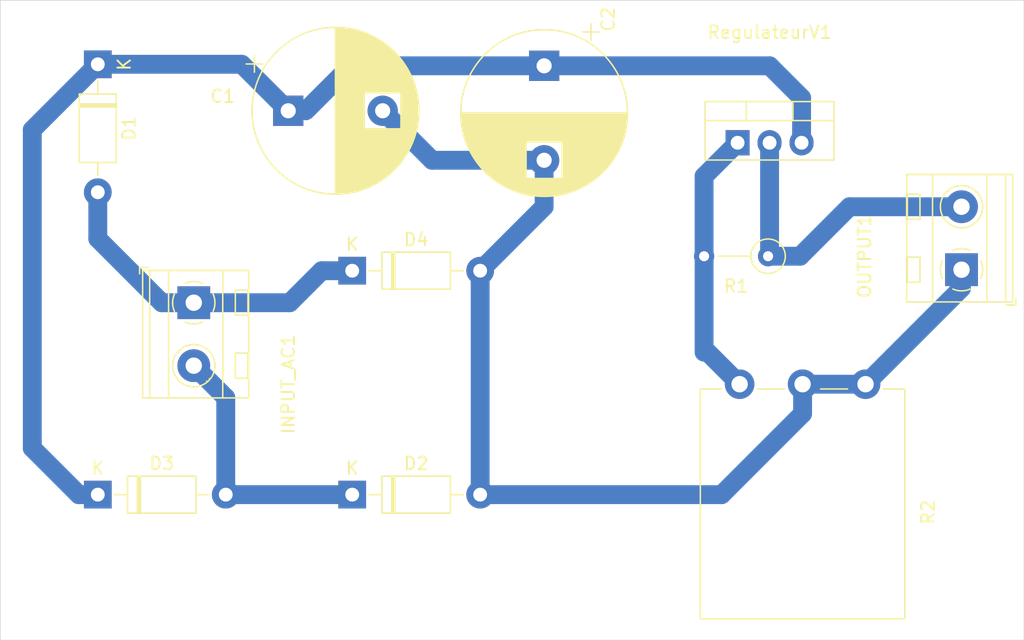
<source format=kicad_pcb>
(kicad_pcb (version 20240108) (generator "pcbnew") (generator_version "8.0")
  (layers (0 "F.Cu" signal) (31 "B.Cu" signal) (34 "B.Paste" user) (35 "F.Paste" user) (36 "B.SilkS" user "B.Silkscreen") (37 "F.SilkS" user "F.Silkscreen") (38 "B.Mask" user) (39 "F.Mask" user) (44 "Edge.Cuts" user))
  (net 0 "")
  (net 1 "Net-(D1-K)")
  (net 2 "GND")
  (net 3 "Net-(D1-A)")
  (net 4 "Net-(D2-K)")
  (net 5 "Net-(OUTPUT1-Pin_2)")
  (net 6 "Net-(RegulateurV1-ADJ)")
  (footprint "Capacitor_THT:CP_Radial_D13.0mm_P7.50mm" (layer "F.Cu") (at 38.1 24.01)
    (property "Reference" "C1" (at -5.2 -1.15 0) (layer "F.SilkS"))
    (property "Value" "1000μF")
    (pad "1" thru_hole rect (at 0 0) (size 2.4 2.4) (drill 1.2) (layers "*.Cu" "*.Mask") (net 1 "Net-(D1-K)"))
    (pad "2" thru_hole circle (at 7.5 0) (size 2.4 2.4) (drill 1.2) (layers "*.Cu" "*.Mask") (net 2 "GND"))
  )
  (footprint "Potentiometer_THT:Potentiometer_Piher_PC-16_Single_Vertical" (layer "F.Cu") (at 73.94 45.72 -90)
    (property "Reference" "R2" (at 10.16 -14.96 90) (layer "F.SilkS"))
    (property "Value" "654")
    (pad "1" thru_hole circle (at 0 0 270) (size 2.34 2.34) (drill 1.3) (layers "*.Cu" "*.Mask") (net 6 "Net-(RegulateurV1-ADJ)"))
    (pad "2" thru_hole circle (at 0 -5 270) (size 2.34 2.34) (drill 1.3) (layers "*.Cu" "*.Mask") (net 2 "GND"))
    (pad "3" thru_hole circle (at 0 -10 270) (size 2.34 2.34) (drill 1.3) (layers "*.Cu" "*.Mask") (net 2 "GND"))
  )
  (footprint "Diode_THT:D_DO-41_SOD81_P10.16mm_Horizontal" (layer "F.Cu") (at 43.18 36.71)
    (property "Reference" "D4" (at 5.08 -2.47 0) (layer "F.SilkS"))
    (property "Value" "1N4007")
    (fp_text user "K" (at 0 -2.1 0) (layer "F.SilkS"))
    (pad "1" thru_hole rect (at 0 0) (size 2.2 2.2) (drill 1.1) (layers "*.Cu" "*.Mask") (net 3 "Net-(D1-A)"))
    (pad "2" thru_hole oval (at 10.16 0) (size 2.2 2.2) (drill 1.1) (layers "*.Cu" "*.Mask") (net 2 "GND"))
  )
  (footprint "TerminalBlock_MetzConnect:TerminalBlock_MetzConnect_Type094_RT03502HBLU_1x02_P5.00mm_Horizontal" (layer "F.Cu") (at 91.56 36.63 90)
    (property "Reference" "OUTPUT1" (at 1.07 -7.7 90) (layer "F.SilkS"))
    (property "Value" "OUT_DC")
    (pad "1" thru_hole rect (at 0 0 90) (size 2.6 2.6) (drill 1.3) (layers "*.Cu" "*.Mask") (net 2 "GND"))
    (pad "2" thru_hole circle (at 5 0 90) (size 2.6 2.6) (drill 1.3) (layers "*.Cu" "*.Mask") (net 5 "Net-(OUTPUT1-Pin_2)"))
  )
  (footprint "Package_TO_SOT_THT:TO-220-3_Vertical" (layer "F.Cu") (at 73.78 26.55)
    (property "Reference" "RegulateurV1" (at 2.54 -8.77 0) (layer "F.SilkS"))
    (property "Value" "LM317_TO-220")
    (pad "1" thru_hole rect (at 0 0) (size 1.905 2) (drill 1.1) (layers "*.Cu" "*.Mask") (net 6 "Net-(RegulateurV1-ADJ)"))
    (pad "2" thru_hole oval (at 2.54 0) (size 1.905 2) (drill 1.1) (layers "*.Cu" "*.Mask") (net 5 "Net-(OUTPUT1-Pin_2)"))
    (pad "3" thru_hole oval (at 5.08 0) (size 1.905 2) (drill 1.1) (layers "*.Cu" "*.Mask") (net 1 "Net-(D1-K)"))
  )
  (footprint "Diode_THT:D_DO-41_SOD81_P10.16mm_Horizontal" (layer "F.Cu") (at 22.98 54.49)
    (property "Reference" "D3" (at 5.08 -2.47 0) (layer "F.SilkS"))
    (property "Value" "1N4007")
    (fp_text user "K" (at 0 -2.1 0) (layer "F.SilkS"))
    (pad "1" thru_hole rect (at 0 0) (size 2.2 2.2) (drill 1.1) (layers "*.Cu" "*.Mask") (net 1 "Net-(D1-K)"))
    (pad "2" thru_hole oval (at 10.16 0) (size 2.2 2.2) (drill 1.1) (layers "*.Cu" "*.Mask") (net 4 "Net-(D2-K)"))
  )
  (footprint "Capacitor_THT:CP_Radial_D13.0mm_P7.50mm" (layer "F.Cu") (at 58.42 20.44 -90)
    (property "Reference" "C2" (at -3.69 -5.08 90) (layer "F.SilkS"))
    (property "Value" "1000μF")
    (pad "1" thru_hole rect (at 0 0 270) (size 2.4 2.4) (drill 1.2) (layers "*.Cu" "*.Mask") (net 1 "Net-(D1-K)"))
    (pad "2" thru_hole circle (at 7.5 0 270) (size 2.4 2.4) (drill 1.2) (layers "*.Cu" "*.Mask") (net 2 "GND"))
  )
  (footprint "Diode_THT:D_DO-41_SOD81_P10.16mm_Horizontal" (layer "F.Cu") (at 22.98 20.32 -90)
    (property "Reference" "D1" (at 5.08 -2.47 90) (layer "F.SilkS"))
    (property "Value" "1N4007")
    (fp_text user "K" (at 0 -2.1 90) (layer "F.SilkS"))
    (pad "1" thru_hole rect (at 0 0 270) (size 2.2 2.2) (drill 1.1) (layers "*.Cu" "*.Mask") (net 1 "Net-(D1-K)"))
    (pad "2" thru_hole oval (at 10.16 0 270) (size 2.2 2.2) (drill 1.1) (layers "*.Cu" "*.Mask") (net 3 "Net-(D1-A)"))
  )
  (footprint "Diode_THT:D_DO-41_SOD81_P10.16mm_Horizontal" (layer "F.Cu") (at 43.18 54.49)
    (property "Reference" "D2" (at 5.08 -2.47 0) (layer "F.SilkS"))
    (property "Value" "1N4007")
    (fp_text user "K" (at 0 -2.1 0) (layer "F.SilkS"))
    (pad "1" thru_hole rect (at 0 0) (size 2.2 2.2) (drill 1.1) (layers "*.Cu" "*.Mask") (net 4 "Net-(D2-K)"))
    (pad "2" thru_hole oval (at 10.16 0) (size 2.2 2.2) (drill 1.1) (layers "*.Cu" "*.Mask") (net 2 "GND"))
  )
  (footprint "TerminalBlock_MetzConnect:TerminalBlock_MetzConnect_Type094_RT03502HBLU_1x02_P5.00mm_Horizontal" (layer "F.Cu") (at 30.6 39.25 -90)
    (property "Reference" "INPUT_AC1" (at 6.47 -7.5 90) (layer "F.SilkS"))
    (property "Value" "IN_AC")
    (pad "1" thru_hole rect (at 0 0 270) (size 2.6 2.6) (drill 1.3) (layers "*.Cu" "*.Mask") (net 3 "Net-(D1-A)"))
    (pad "2" thru_hole circle (at 5 0 270) (size 2.6 2.6) (drill 1.3) (layers "*.Cu" "*.Mask") (net 4 "Net-(D2-K)"))
  )
  (footprint "Resistor_THT:R_Axial_DIN0207_L6.3mm_D2.5mm_P5.08mm_Vertical" (layer "F.Cu") (at 76.2 35.56 180)
    (property "Reference" "R1" (at 2.54 -2.37 0) (layer "F.SilkS"))
    (property "Value" "220")
    (pad "1" thru_hole circle (at 0 0 180) (size 1.6 1.6) (drill 0.8) (layers "*.Cu" "*.Mask") (net 5 "Net-(OUTPUT1-Pin_2)"))
    (pad "2" thru_hole oval (at 5.08 0 180) (size 1.6 1.6) (drill 0.8) (layers "*.Cu" "*.Mask") (net 6 "Net-(RegulateurV1-ADJ)"))
  )
  (gr_rect (start 15.24 15.24) (end 96.52 66.04) (stroke (width 0.05)) (fill none) (layer "Edge.Cuts"))
  (segment (start 38.1 24.01) (end 39.49 24.01) (width 1) (layer "B.Cu") (net 1))
  (segment (start 22.98 20.32) (end 34.41 20.32) (width 1.5) (layer "B.Cu") (net 1))
  (segment (start 78.86 22.98) (end 78.86 26.55) (width 1.5) (layer "B.Cu") (net 1))
  (segment (start 58.42 20.44) (end 76.32 20.44) (width 1.5) (layer "B.Cu") (net 1))
  (segment (start 43.3 20.44) (end 58.42 20.44) (width 1.5) (layer "B.Cu") (net 1))
  (segment (start 34.41 20.32) (end 38.1 24.01) (width 1.5) (layer "B.Cu") (net 1))
  (segment (start 17.78 25.52) (end 22.98 20.32) (width 1.5) (layer "B.Cu") (net 1))
  (segment (start 76.32 20.44) (end 78.86 22.98) (width 1.5) (layer "B.Cu") (net 1))
  (segment (start 22.98 54.49) (end 21.47 54.49) (width 1.5) (layer "B.Cu") (net 1))
  (segment (start 43.18 20.32) (end 43.3 20.44) (width 1) (layer "B.Cu") (net 1))
  (segment (start 21.47 54.49) (end 17.78 50.8) (width 1.5) (layer "B.Cu") (net 1))
  (segment (start 39.49 24.01) (end 43.18 20.32) (width 1.5) (layer "B.Cu") (net 1))
  (segment (start 17.78 50.8) (end 17.78 25.52) (width 1.5) (layer "B.Cu") (net 1))
  (segment (start 78.94 48.06) (end 78.94 45.72) (width 1.5) (layer "B.Cu") (net 2))
  (segment (start 53.34 36.71) (end 58.42 31.63) (width 1.5) (layer "B.Cu") (net 2))
  (segment (start 58.42 31.63) (end 58.42 27.94) (width 1.5) (layer "B.Cu") (net 2))
  (segment (start 83.94 45.72) (end 91.56 38.1) (width 1.5) (layer "B.Cu") (net 2))
  (segment (start 49.53 27.94) (end 58.42 27.94) (width 1.5) (layer "B.Cu") (net 2))
  (segment (start 53.34 54.49) (end 72.51 54.49) (width 1.5) (layer "B.Cu") (net 2))
  (segment (start 45.6 24.01) (end 49.53 27.94) (width 1.5) (layer "B.Cu") (net 2))
  (segment (start 91.56 38.1) (end 91.56 36.63) (width 1) (layer "B.Cu") (net 2))
  (segment (start 72.51 54.49) (end 78.94 48.06) (width 1.5) (layer "B.Cu") (net 2))
  (segment (start 53.34 54.49) (end 53.34 36.71) (width 1.5) (layer "B.Cu") (net 2))
  (segment (start 83.94 45.72) (end 78.94 45.72) (width 1.5) (layer "B.Cu") (net 2))
  (segment (start 22.98 34.17) (end 22.98 30.48) (width 1.5) (layer "B.Cu") (net 3))
  (segment (start 38.22 39.25) (end 40.76 36.71) (width 1.5) (layer "B.Cu") (net 3))
  (segment (start 30.6 39.25) (end 28.06 39.25) (width 1.5) (layer "B.Cu") (net 3))
  (segment (start 40.76 36.71) (end 43.18 36.71) (width 1.5) (layer "B.Cu") (net 3))
  (segment (start 28.06 39.25) (end 22.98 34.17) (width 1.5) (layer "B.Cu") (net 3))
  (segment (start 30.6 39.25) (end 38.22 39.25) (width 1.5) (layer "B.Cu") (net 3))
  (segment (start 33.14 54.49) (end 33.14 46.79) (width 1.5) (layer "B.Cu") (net 4))
  (segment (start 33.14 46.79) (end 30.6 44.25) (width 1.5) (layer "B.Cu") (net 4))
  (segment (start 33.14 54.49) (end 43.18 54.49) (width 1.5) (layer "B.Cu") (net 4))
  (segment (start 76.32 35.44) (end 76.2 35.56) (width 0.8) (layer "F.Cu") (net 5))
  (segment (start 76.32 26.55) (end 76.32 35.44) (width 1.5) (layer "B.Cu") (net 5))
  (segment (start 82.67 31.63) (end 78.74 35.56) (width 1.5) (layer "B.Cu") (net 5))
  (segment (start 78.74 35.56) (end 76.2 35.56) (width 1.5) (layer "B.Cu") (net 5))
  (segment (start 76.32 35.44) (end 76.2 35.56) (width 1) (layer "B.Cu") (net 5))
  (segment (start 91.56 31.63) (end 82.67 31.63) (width 1.5) (layer "B.Cu") (net 5))
  (segment (start 71.12 35.56) (end 71.12 29.21) (width 1.5) (layer "B.Cu") (net 6))
  (segment (start 71.12 43.18) (end 71.12 35.56) (width 1.5) (layer "B.Cu") (net 6))
  (segment (start 71.12 29.21) (end 73.78 26.55) (width 1.5) (layer "B.Cu") (net 6))
  (segment (start 71.4 43.18) (end 71.12 43.18) (width 1) (layer "B.Cu") (net 6))
  (segment (start 73.94 45.72) (end 71.4 43.18) (width 1.5) (layer "B.Cu") (net 6))
)
</source>
